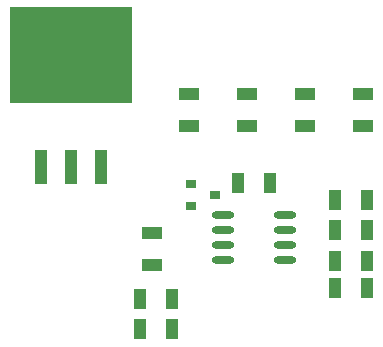
<source format=gtp>
G04 Layer_Color=8421504*
%FSAX44Y44*%
%MOMM*%
G71*
G01*
G75*
%ADD10R,1.1000X1.7000*%
%ADD11R,1.7000X1.1000*%
%ADD12R,10.4500X8.1000*%
%ADD13R,1.0000X3.0000*%
%ADD14O,1.9000X0.6000*%
%ADD15R,0.9000X0.8000*%
D10*
X00356070Y00399390D02*
D03*
X00329070D02*
D03*
X00494170Y00408280D02*
D03*
X00521170D02*
D03*
X00356070Y00373990D02*
D03*
X00329070D02*
D03*
X00494170Y00431140D02*
D03*
X00521170D02*
D03*
X00438620Y00497180D02*
D03*
X00411620D02*
D03*
X00521170Y00457175D02*
D03*
X00494170D02*
D03*
Y00483210D02*
D03*
X00521170D02*
D03*
D11*
X00517830Y00572910D02*
D03*
Y00545910D02*
D03*
X00468723Y00572910D02*
D03*
Y00545910D02*
D03*
X00419617Y00572910D02*
D03*
Y00545910D02*
D03*
X00370510Y00572910D02*
D03*
Y00545910D02*
D03*
X00338760Y00427800D02*
D03*
Y00454800D02*
D03*
D12*
X00270180Y00605340D02*
D03*
D13*
X00295580Y00510840D02*
D03*
X00270180D02*
D03*
X00244780D02*
D03*
D14*
X00399080Y00470510D02*
D03*
Y00457810D02*
D03*
Y00445110D02*
D03*
Y00432410D02*
D03*
X00451160Y00470510D02*
D03*
Y00457810D02*
D03*
Y00445110D02*
D03*
Y00432410D02*
D03*
D15*
X00391940Y00487020D02*
D03*
X00371940Y00477520D02*
D03*
Y00496520D02*
D03*
M02*

</source>
